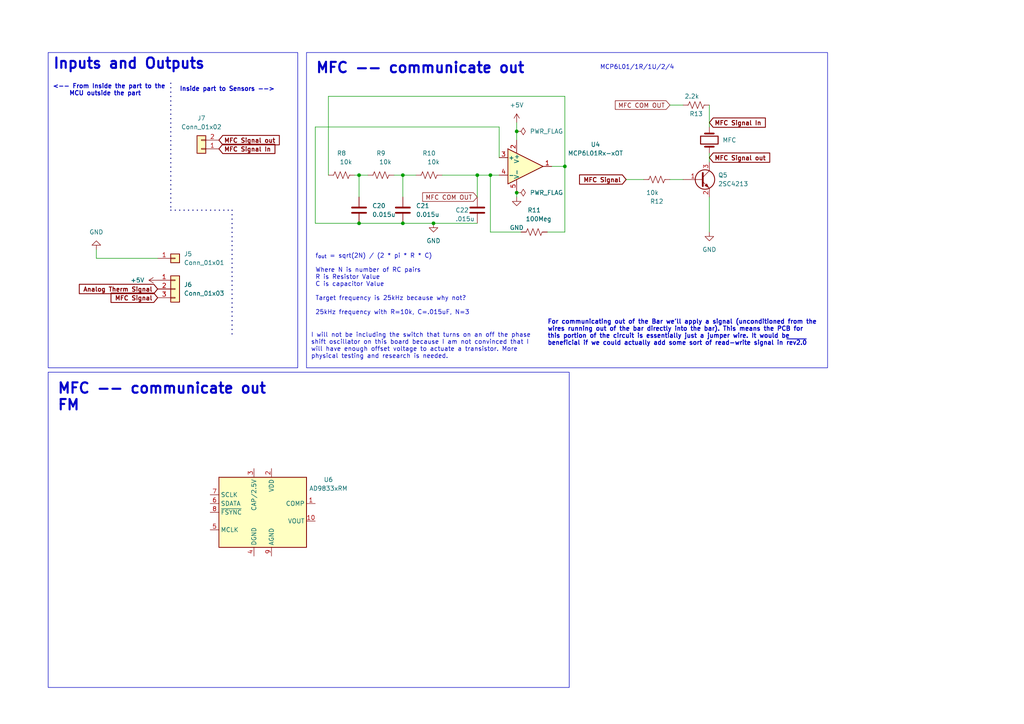
<source format=kicad_sch>
(kicad_sch (version 20230121) (generator eeschema)
  (paper "A4")
  (lib_symbols
    (symbol "Amplifier_Operational:MCP6L01Rx-xOT" (pin_names (offset 0.127))
      (property "Reference" "U" (at 0 5.08 0))
      (property "Value" "MCP6L01Rx-xOT" (at 0 -5.08 0))
      (symbol "MCP6L01Rx-xOT_0_1"
        (polyline (pts (xy -5.08 5.08) (xy 5.08 0) (xy -5.08 -5.08) (xy -5.08 5.08)) (stroke (width 0.254)) (fill (type background)))
        (pin power_in line (at -2.54 7.62 270) (length 3.81) (name "V+") (number "2"))
        (pin power_in line (at -2.54 -7.62 90) (length 3.81) (name "V-") (number "5"))
      )
      (symbol "MCP6L01Rx-xOT_1_1"
        (pin output line (at 7.62 0 180) (length 2.54) (name "~") (number "1"))
        (pin input line (at -7.62 2.54 0) (length 2.54) (name "+") (number "3"))
        (pin input line (at -7.62 -2.54 0) (length 2.54) (name "-") (number "4"))
      )
    )
    (symbol "Connector_Generic:Conn_01x01" (pin_names (offset 1.016) hide)
      (property "Reference" "J" (at 0 2.54 0))
      (property "Value" "Conn_01x01" (at 0 -2.54 0))
      (symbol "Conn_01x01_1_1"
        (rectangle (start -1.27 0.127) (end 0 -0.127) (stroke (width 0.1524)))
        (rectangle (start -1.27 1.27) (end 1.27 -1.27) (stroke (width 0.254)) (fill (type background)))
        (pin passive line (at -5.08 0 0) (length 3.81) (name "Pin_1") (number "1"))
      )
    )
    (symbol "Connector_Generic:Conn_01x02" (pin_names (offset 1.016) hide)
      (property "Reference" "J" (at 0 2.54 0))
      (property "Value" "Conn_01x02" (at 0 -5.08 0))
      (symbol "Conn_01x02_1_1"
        (rectangle (start -1.27 -2.413) (end 0 -2.667) (stroke (width 0.1524)))
        (rectangle (start -1.27 0.127) (end 0 -0.127) (stroke (width 0.1524)))
        (rectangle (start -1.27 1.27) (end 1.27 -3.81) (stroke (width 0.254)) (fill (type background)))
        (pin passive line (at -5.08 0 0) (length 3.81) (name "Pin_1") (number "1"))
        (pin passive line (at -5.08 -2.54 0) (length 3.81) (name "Pin_2") (number "2"))
      )
    )
    (symbol "Connector_Generic:Conn_01x03" (pin_names (offset 1.016) hide)
      (property "Reference" "J" (at 0 5.08 0))
      (property "Value" "Conn_01x03" (at 0 -5.08 0))
      (symbol "Conn_01x03_1_1"
        (rectangle (start -1.27 -2.413) (end 0 -2.667) (stroke (width 0.1524)))
        (rectangle (start -1.27 0.127) (end 0 -0.127) (stroke (width 0.1524)))
        (rectangle (start -1.27 2.667) (end 0 2.413) (stroke (width 0.1524)))
        (rectangle (start -1.27 3.81) (end 1.27 -3.81) (stroke (width 0.254)) (fill (type background)))
        (pin passive line (at -5.08 2.54 0) (length 3.81) (name "Pin_1") (number "1"))
        (pin passive line (at -5.08 0 0) (length 3.81) (name "Pin_2") (number "2"))
        (pin passive line (at -5.08 -2.54 0) (length 3.81) (name "Pin_3") (number "3"))
      )
    )
    (symbol "Device:C" (pin_numbers hide) (pin_names (offset 0.254))
      (property "Reference" "C" (at 0.635 2.54 0))
      (property "Value" "C" (at 0.635 -2.54 0))
      (symbol "C_0_1"
        (polyline (pts (xy -2.032 -0.762) (xy 2.032 -0.762)) (stroke (width 0.508)))
        (polyline (pts (xy -2.032 0.762) (xy 2.032 0.762)) (stroke (width 0.508)))
      )
      (symbol "C_1_1"
        (pin passive line (at 0 3.81 270) (length 2.794) (name "~") (number "1"))
        (pin passive line (at 0 -3.81 90) (length 2.794) (name "~") (number "2"))
      )
    )
    (symbol "Device:Crystal" (pin_numbers hide) (pin_names (offset 1.016) hide)
      (property "Reference" "Y" (at 0 3.81 0))
      (property "Value" "Crystal" (at 0 -3.81 0))
      (symbol "Crystal_0_1"
        (rectangle (start -1.143 2.54) (end 1.143 -2.54) (stroke (width 0.3048)))
        (polyline (pts (xy -2.54 0) (xy -1.905 0)))
        (polyline (pts (xy -1.905 -1.27) (xy -1.905 1.27)) (stroke (width 0.508)))
        (polyline (pts (xy 1.905 -1.27) (xy 1.905 1.27)) (stroke (width 0.508)))
        (polyline (pts (xy 2.54 0) (xy 1.905 0)))
      )
      (symbol "Crystal_1_1"
        (pin passive line (at -3.81 0 0) (length 1.27) (name "1") (number "1"))
        (pin passive line (at 3.81 0 180) (length 1.27) (name "2") (number "2"))
      )
    )
    (symbol "Device:R_US" (pin_numbers hide) (pin_names (offset 0))
      (property "Reference" "R" (at 2.54 0 90))
      (property "Value" "R_US" (at -2.54 0 90))
      (symbol "R_US_0_1"
        (polyline (pts (xy 0 -2.286) (xy 0 -2.54)))
        (polyline (pts (xy 0 2.286) (xy 0 2.54)))
        (polyline (pts (xy 0 -0.762) (xy 1.016 -1.143) (xy 0 -1.524) (xy -1.016 -1.905) (xy 0 -2.286)))
        (polyline (pts (xy 0 0.762) (xy 1.016 0.381) (xy 0 0) (xy -1.016 -0.381) (xy 0 -0.762)))
        (polyline (pts (xy 0 2.286) (xy 1.016 1.905) (xy 0 1.524) (xy -1.016 1.143) (xy 0 0.762)))
      )
      (symbol "R_US_1_1"
        (pin passive line (at 0 3.81 270) (length 1.27) (name "~") (number "1"))
        (pin passive line (at 0 -3.81 90) (length 1.27) (name "~") (number "2"))
      )
    )
    (symbol "Interface:AD9833xRM"
      (property "Reference" "U" (at -12.7 11.43 0))
      (property "Value" "AD9833xRM" (at 5.08 11.43 0))
      (symbol "AD9833xRM_0_1"
        (rectangle (start -12.7 10.16) (end 12.7 -10.16) (stroke (width 0.254)) (fill (type background)))
      )
      (symbol "AD9833xRM_1_1"
        (pin passive line (at 15.24 2.54 180) (length 2.54) (name "COMP") (number "1"))
        (pin output line (at 15.24 -2.54 180) (length 2.54) (name "VOUT") (number "10"))
        (pin power_in line (at 2.54 12.7 270) (length 2.54) (name "VDD") (number "2"))
        (pin power_in line (at -2.54 12.7 270) (length 2.54) (name "CAP/2.5V") (number "3"))
        (pin power_in line (at -2.54 -12.7 90) (length 2.54) (name "DGND") (number "4"))
        (pin input line (at -15.24 -5.08 0) (length 2.54) (name "MCLK") (number "5"))
        (pin input line (at -15.24 2.54 0) (length 2.54) (name "SDATA") (number "6"))
        (pin input line (at -15.24 5.08 0) (length 2.54) (name "SCLK") (number "7"))
        (pin input line (at -15.24 0 0) (length 2.54) (name "~{FSYNC}") (number "8"))
        (pin power_in line (at 2.54 -12.7 90) (length 2.54) (name "AGND") (number "9"))
      )
    )
    (symbol "Transistor_BJT:2SC4213" (pin_names (offset 0) hide)
      (property "Reference" "Q" (at 5.08 1.905 0))
      (property "Value" "2SC4213" (at 5.08 0 0))
      (symbol "2SC4213_0_1"
        (polyline (pts (xy 0.635 0.635) (xy 2.54 2.54)))
        (polyline (pts (xy 0.635 -0.635) (xy 2.54 -2.54) (xy 2.54 -2.54)))
        (polyline (pts (xy 0.635 1.905) (xy 0.635 -1.905) (xy 0.635 -1.905)) (stroke (width 0.508)))
        (polyline (pts (xy 1.27 -1.778) (xy 1.778 -1.27) (xy 2.286 -2.286) (xy 1.27 -1.778) (xy 1.27 -1.778)) (fill (type outline)))
        (circle (center 1.27 0) (radius 2.8194) (stroke (width 0.254)))
      )
      (symbol "2SC4213_1_1"
        (pin input line (at -5.08 0 0) (length 5.715) (name "B") (number "1"))
        (pin passive line (at 2.54 -5.08 90) (length 2.54) (name "E") (number "2"))
        (pin passive line (at 2.54 5.08 270) (length 2.54) (name "C") (number "3"))
      )
    )
    (symbol "power:+5V" (power) (pin_names (offset 0))
      (property "Value" "+5V" (at 0 3.556 0))
      (symbol "+5V_0_1"
        (polyline (pts (xy -0.762 1.27) (xy 0 2.54)))
        (polyline (pts (xy 0 0) (xy 0 2.54)))
        (polyline (pts (xy 0 2.54) (xy 0.762 1.27)))
      )
      (symbol "+5V_1_1"
        (pin power_in line (at 0 0 90) (length 0) hide (name "+5V") (number "1"))
      )
    )
    (symbol "power:GND" (power) (pin_names (offset 0))
      (property "Value" "GND" (at 0 -3.81 0))
      (symbol "GND_0_1"
        (polyline (pts (xy 0 0) (xy 0 -1.27) (xy 1.27 -1.27) (xy 0 -2.54) (xy -1.27 -1.27) (xy 0 -1.27)))
      )
      (symbol "GND_1_1"
        (pin power_in line (at 0 0 270) (length 0) hide (name "GND") (number "1"))
      )
    )
    (symbol "power:PWR_FLAG" (power) (pin_numbers hide) (pin_names (offset 0) hide)
      (property "Value" "PWR_FLAG" (at 0 3.81 0))
      (symbol "PWR_FLAG_0_0"
        (pin power_out line (at 0 0 90) (length 0) (name "pwr") (number "1"))
      )
      (symbol "PWR_FLAG_0_1"
        (polyline (pts (xy 0 0) (xy 0 1.27) (xy -1.016 1.905) (xy 0 2.54) (xy 1.016 1.905) (xy 0 1.27)))
      )
    )
  )
  (junction (at 116.84 50.8))
  (junction (at 149.86 38.1))
  (junction (at 163.83 48.26))
  (junction (at 142.24 50.8))
  (junction (at 125.73 64.77))
  (junction (at 149.86 55.88))
  (junction (at 116.84 64.77))
  (junction (at 138.43 50.8))
  (junction (at 104.14 50.8))
  (junction (at 104.14 64.77))
  (wire (pts (xy 95.25 50.8) (xy 95.25 27.94)))
  (wire (pts (xy 205.74 30.48) (xy 205.74 36.83)))
  (wire (pts (xy 194.31 30.48) (xy 198.12 30.48)))
  (wire (pts (xy 27.94 74.93) (xy 27.94 72.39)))
  (wire (pts (xy 45.72 74.93) (xy 27.94 74.93)))
  (wire (pts (xy 163.83 48.26) (xy 163.83 67.31)))
  (bus (pts (xy 49.53 24.13) (xy 49.53 60.96)) (stroke (width 0) (type dot)))
  (wire (pts (xy 163.83 27.94) (xy 163.83 48.26)))
  (wire (pts (xy 120.65 50.8) (xy 116.84 50.8)))
  (wire (pts (xy 149.86 38.1) (xy 149.86 40.64)))
  (wire (pts (xy 163.83 48.26) (xy 160.02 48.26)))
  (wire (pts (xy 128.27 50.8) (xy 138.43 50.8)))
  (wire (pts (xy 205.74 57.15) (xy 205.74 67.31)))
  (wire (pts (xy 151.13 67.31) (xy 142.24 67.31)))
  (wire (pts (xy 104.14 64.77) (xy 116.84 64.77)))
  (wire (pts (xy 102.87 50.8) (xy 104.14 50.8)))
  (wire (pts (xy 205.74 44.45) (xy 205.74 46.99)))
  (wire (pts (xy 138.43 50.8) (xy 138.43 57.15)))
  (wire (pts (xy 91.44 64.77) (xy 104.14 64.77)))
  (wire (pts (xy 149.86 35.56) (xy 149.86 38.1)))
  (wire (pts (xy 116.84 50.8) (xy 116.84 57.15)))
  (wire (pts (xy 142.24 67.31) (xy 142.24 50.8)))
  (wire (pts (xy 91.44 36.83) (xy 91.44 64.77)))
  (wire (pts (xy 194.31 52.07) (xy 198.12 52.07)))
  (wire (pts (xy 95.25 27.94) (xy 163.83 27.94)))
  (wire (pts (xy 114.3 50.8) (xy 116.84 50.8)))
  (wire (pts (xy 158.75 67.31) (xy 163.83 67.31)))
  (wire (pts (xy 149.86 57.15) (xy 149.86 55.88)))
  (wire (pts (xy 104.14 50.8) (xy 106.68 50.8)))
  (wire (pts (xy 116.84 64.77) (xy 125.73 64.77)))
  (wire (pts (xy 104.14 57.15) (xy 104.14 50.8)))
  (wire (pts (xy 125.73 64.77) (xy 138.43 64.77)))
  (wire (pts (xy 138.43 50.8) (xy 142.24 50.8)))
  (wire (pts (xy 144.78 36.83) (xy 144.78 45.72)))
  (wire (pts (xy 144.78 36.83) (xy 91.44 36.83)))
  (bus (pts (xy 49.53 60.96) (xy 67.31 60.96)) (stroke (width 0) (type dot)))
  (bus (pts (xy 67.31 60.96) (xy 67.31 97.79)) (stroke (width 0) (type dot)))
  (wire (pts (xy 142.24 50.8) (xy 144.78 50.8)))
  (wire (pts (xy 181.61 52.07) (xy 186.69 52.07)))
  (rectangle (start 13.97 15.24) (end 86.36 106.68))
  (rectangle (start 88.9 15.24) (end 240.03 106.68))
  (rectangle (start 13.97 107.95) (end 165.1 199.39))
  (text "Inputs and Outputs\n" (at 15.24 20.32 0) (effects (font (size 3 3) (thickness 0.6) bold) (justify left bottom)))
  (text "For communicating out of the Bar we'll apply a signal (unconditioned from the \nwires running out of the bar directly into the bar). This means the PCB for \nthis portion of the circuit is essentially just a jumper wire. It would be \nbeneficial if we could actually add some sort of read-write signal in ~{rev2.0}" (at 158.75 100.33 0) (effects (font (size 1.27 1.27) bold) (justify left bottom)))
  (text "f_{out} = sqrt(2N) / (2 * pi * R * C)\n\nWhere N is number of RC pairs\nR is Resistor Value\nC is capacitor Value\n\nTarget frequency is 25kHz because why not? \n\n25kHz frequency with R=10k, C=.015uF, N=3" (at 91.44 91.44 0) (effects (font (size 1.27 1.27)) (justify left bottom)))
  (text "MCP6L01/1R/1U/2/4\n" (at 173.99 20.32 0) (effects (font (size 1.27 1.27)) (justify left bottom)))
  (text "MFC -- communicate out\nFM" (at 16.51 119.38 0) (effects (font (size 3 3) (thickness 0.6) bold) (justify left bottom)))
  (text "I will not be including the switch that turns on an off the phase\nshift oscillator on this board because I am not convinced that I \nwill have enough offset voltage to actuate a transistor. More \nphysical testing and research is needed." (at 90.17 104.14 0) (effects (font (size 1.27 1.27)) (justify left bottom)))
  (text "<-- From Inside the part to the \n	MCU outside the part" (at 15.24 27.94 0) (effects (font (size 1.27 1.27) bold) (justify left bottom)))
  (text "Inside part to Sensors -->" (at 52.07 26.67 0) (effects (font (size 1.27 1.27) bold) (justify left bottom)))
  (text "MFC -- communicate out\n" (at 91.44 21.59 0) (effects (font (size 3 3) (thickness 0.6) bold) (justify left bottom)))
  (global_label "MFC Signal In" (shape input) (at 63.5 43.18 0) (effects (font bold)) (property "Intersheetrefs" "${INTERSHEET_REFS}" (effects hide)))
  (global_label "MFC Signal out" (shape input) (at 205.74 45.72 0) (effects (font bold)) (property "Intersheetrefs" "${INTERSHEET_REFS}" (effects hide)))
  (global_label "MFC Signal out" (shape input) (at 63.5 40.64 0) (effects (font bold)) (property "Intersheetrefs" "${INTERSHEET_REFS}" (effects hide)))
  (global_label "MFC Signal In" (shape input) (at 205.74 35.56 0) (effects (font bold)) (property "Intersheetrefs" "${INTERSHEET_REFS}" (effects hide)))
  (global_label "MFC Signal" (shape input) (at 181.61 52.07 180) (effects (font bold)) (property "Intersheetrefs" "${INTERSHEET_REFS}" (effects hide)))
  (global_label "MFC COM OUT" (shape input) (at 194.31 30.48 180) (property "Intersheetrefs" "${INTERSHEET_REFS}" (effects hide)))
  (global_label "Analog Therm Signal" (shape input) (at 45.72 83.82 180) (effects (font bold)) (property "Intersheetrefs" "${INTERSHEET_REFS}" (effects hide)))
  (global_label "MFC COM OUT" (shape input) (at 138.43 57.15 180) (property "Intersheetrefs" "${INTERSHEET_REFS}" (effects hide)))
  (global_label "MFC Signal" (shape input) (at 45.72 86.36 180) (effects (font bold)) (property "Intersheetrefs" "${INTERSHEET_REFS}" (effects hide)))
  (symbol (lib_id "Device:R_US") (at 201.93 30.48 270) (unit 1)
    (property "Reference" "R13" (at 201.93 33.02 90))
    (property "Value" "2.2k" (at 200.66 27.94 90))
    (property "Footprint" "Resistor_SMD:R_0402_1005Metric" (effects hide))
  )
  (symbol (lib_id "power:GND") (at 149.86 57.15 0) (unit 1)
    (property "Reference" "#PWR036" (effects hide))
    (property "Value" "GND" (at 149.86 66.04 0))
  )
  (symbol (lib_id "Connector_Generic:Conn_01x01") (at 50.8 74.93 0) (unit 1)
    (property "Reference" "J5" (at 53.34 73.66 0) (effects (justify left)))
    (property "Value" "Conn_01x01" (at 53.34 76.2 0) (effects (justify left)))
    (property "Footprint" "Connector_Wire:SolderWire-0.1sqmm_1x01_D0.4mm_OD1mm" (effects hide))
  )
  (symbol (lib_id "Device:R_US") (at 154.94 67.31 90) (unit 1)
    (property "Reference" "R11" (at 154.94 60.96 90))
    (property "Value" "100Meg" (at 156.21 63.5 90))
    (property "Footprint" "Resistor_SMD:R_0402_1005Metric" (effects hide))
  )
  (symbol (lib_id "power:PWR_FLAG") (at 149.86 38.1 270) (unit 1)
    (property "Reference" "#FLG01" (effects hide))
    (property "Value" "PWR_FLAG" (at 153.67 38.1 90) (effects (justify left)))
  )
  (symbol (lib_id "Device:R_US") (at 99.06 50.8 90) (unit 1)
    (property "Reference" "R8" (at 99.06 44.45 90))
    (property "Value" "10k" (at 100.33 46.99 90))
    (property "Footprint" "Resistor_SMD:R_0402_1005Metric" (effects hide))
  )
  (symbol (lib_id "Amplifier_Operational:MCP6L01Rx-xOT") (at 152.4 48.26 0) (unit 1)
    (property "Reference" "U4" (at 172.72 41.91 0))
    (property "Value" "MCP6L01Rx-xOT" (at 172.72 44.45 0))
    (property "Footprint" "Package_TO_SOT_SMD:SOT-23-5" (effects hide))
    (property "Datasheet" "http://ww1.microchip.com/downloads/en/devicedoc/22140b.pdf" (effects hide))
  )
  (symbol (lib_id "power:GND") (at 125.73 64.77 0) (unit 1)
    (property "Reference" "#PWR034" (effects hide))
    (property "Value" "GND" (at 125.73 69.85 0))
  )
  (symbol (lib_id "Connector_Generic:Conn_01x03") (at 50.8 83.82 0) (unit 1)
    (property "Reference" "J6" (at 53.34 82.55 0) (effects (justify left)))
    (property "Value" "Conn_01x03" (at 53.34 85.09 0) (effects (justify left)))
    (property "Footprint" "Connector_Wire:SolderWire-0.1sqmm_1x03_P3.6mm_D0.4mm_OD1mm" (effects hide))
  )
  (symbol (lib_id "power:+5V") (at 45.72 81.28 90) (unit 1)
    (property "Reference" "#PWR033" (effects hide))
    (property "Value" "+5V" (at 41.91 81.28 90) (effects (justify left)))
  )
  (symbol (lib_id "power:GND") (at 27.94 72.39 180) (unit 1)
    (property "Reference" "#PWR032" (effects hide))
    (property "Value" "GND" (at 27.94 67.31 0))
  )
  (symbol (lib_id "Transistor_BJT:2SC4213") (at 203.2 52.07 0) (unit 1)
    (property "Reference" "Q5" (at 208.28 50.8 0) (effects (justify left)))
    (property "Value" "2SC4213" (at 208.28 53.34 0) (effects (justify left)))
    (property "Footprint" "Package_TO_SOT_SMD:SOT-323_SC-70" (effects hide))
    (property "Datasheet" "https://toshiba.semicon-storage.com/info/docget.jsp?did=19305&prodName=2SC4213" (effects hide))
  )
  (symbol (lib_id "Interface:AD9833xRM") (at 76.2 148.59 0) (unit 1)
    (property "Reference" "U6" (at 95.25 139.1219 0))
    (property "Value" "AD9833xRM" (at 95.25 141.6619 0))
    (property "Footprint" "Package_SO:MSOP-10_3x3mm_P0.5mm" (effects hide))
    (property "Datasheet" "https://www.analog.com/media/en/technical-documentation/data-sheets/ad9833.pdf" (effects hide))
  )
  (symbol (lib_id "Device:C") (at 104.14 60.96 0) (unit 1)
    (property "Reference" "C20" (at 107.95 59.69 0) (effects (justify left)))
    (property "Value" "0.015u" (at 107.95 62.23 0) (effects (justify left)))
    (property "Footprint" "Capacitor_SMD:C_0402_1005Metric" (effects hide))
  )
  (symbol (lib_id "power:+5V") (at 149.86 35.56 0) (unit 1)
    (property "Reference" "#PWR035" (effects hide))
    (property "Value" "+5V" (at 149.86 30.48 0))
  )
  (symbol (lib_id "Connector_Generic:Conn_01x02") (at 58.42 43.18 180) (unit 1)
    (property "Reference" "J7" (at 58.42 34.29 0))
    (property "Value" "Conn_01x02" (at 58.42 36.83 0))
    (property "Footprint" "Connector_Wire:SolderWire-0.1sqmm_1x02_P3.6mm_D0.4mm_OD1mm" (effects hide))
  )
  (symbol (lib_id "power:GND") (at 205.74 67.31 0) (unit 1)
    (property "Reference" "#PWR037" (effects hide))
    (property "Value" "GND" (at 205.74 72.39 0))
  )
  (symbol (lib_id "Device:C") (at 116.84 60.96 0) (unit 1)
    (property "Reference" "C21" (at 120.65 59.69 0) (effects (justify left)))
    (property "Value" "0.015u" (at 120.65 62.23 0) (effects (justify left)))
    (property "Footprint" "Capacitor_SMD:C_0402_1005Metric" (effects hide))
  )
  (symbol (lib_id "Device:R_US") (at 124.46 50.8 90) (unit 1)
    (property "Reference" "R10" (at 124.46 44.45 90))
    (property "Value" "10k" (at 125.73 46.99 90))
    (property "Footprint" "Resistor_SMD:R_0402_1005Metric" (effects hide))
  )
  (symbol (lib_id "Device:Crystal") (at 205.74 40.64 90) (unit 1)
    (property "Reference" "Y2" (effects hide))
    (property "Value" "MFC" (at 209.55 40.64 90) (effects (justify right)))
    (property "Footprint" "Crystal:Crystal_AT310_D3.0mm_L10.0mm_Horizontal_1EP_style1" (effects hide))
  )
  (symbol (lib_id "Device:C") (at 138.43 60.96 0) (unit 1)
    (property "Reference" "C22" (at 132.08 60.96 0) (effects (justify left)))
    (property "Value" ".015u" (at 132.08 63.5 0) (effects (justify left)))
    (property "Footprint" "Capacitor_SMD:C_0402_1005Metric" (effects hide))
  )
  (symbol (lib_id "power:PWR_FLAG") (at 149.86 55.88 270) (unit 1)
    (property "Reference" "#FLG02" (effects hide))
    (property "Value" "PWR_FLAG" (at 153.67 55.88 90) (effects (justify left)))
  )
  (symbol (lib_id "Device:R_US") (at 190.5 52.07 270) (unit 1)
    (property "Reference" "R12" (at 190.5 58.42 90))
    (property "Value" "10k" (at 189.23 55.88 90))
    (property "Footprint" "Resistor_SMD:R_0402_1005Metric" (effects hide))
  )
  (symbol (lib_id "Device:R_US") (at 110.49 50.8 90) (unit 1)
    (property "Reference" "R9" (at 110.49 44.45 90))
    (property "Value" "10k" (at 111.76 46.99 90))
    (property "Footprint" "Resistor_SMD:R_0402_1005Metric" (effects hide))
  )
)
</source>
